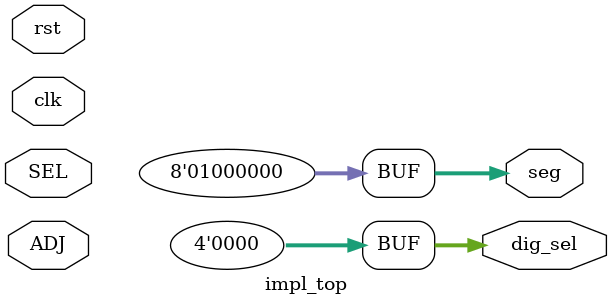
<source format=v>
module impl_top(
    clk,
    rst,
    ADJ,
    SEL,
    seg,
    dig_sel
);
    input wire clk, rst, ADJ, SEL;
    output wire [7:0] seg;
    output wire [3:0] dig_sel;

    assign seg = 8'b01000000;
    assign dig_sel = 4'b0000;

endmodule
</source>
